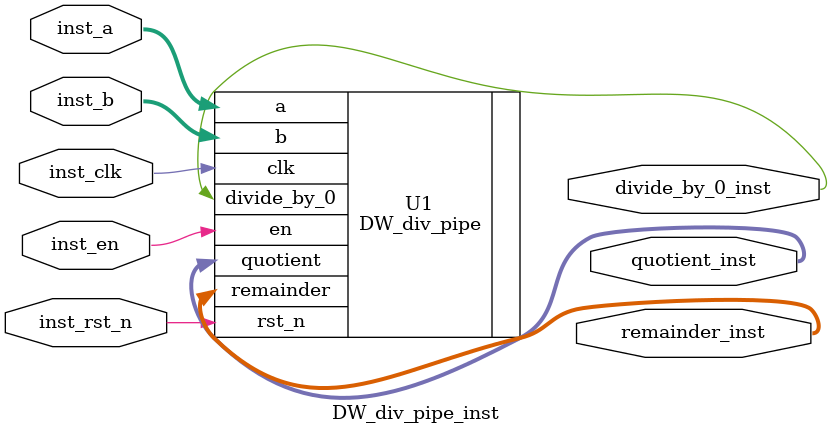
<source format=sv>
module DW_div_pipe_inst(inst_clk, inst_rst_n, inst_en, inst_a, inst_b,
quotient_inst, remainder_inst, divide_by_0_inst );
parameter inst_a_width = 32;
parameter inst_b_width = 32;
parameter inst_tc_mode = 0;
parameter inst_rem_mode = 1;
parameter inst_num_stages = 4;
parameter inst_stall_mode = 0;
parameter inst_rst_mode = 2;
parameter inst_op_iso_mode = 0;
input inst_clk;
input inst_rst_n;
input inst_en;
input [inst_a_width-1 : 0] inst_a;
input [inst_b_width-1 : 0] inst_b;
output [inst_a_width-1 : 0] quotient_inst;
output [inst_b_width-1 : 0] remainder_inst;
output divide_by_0_inst;
// Instance of DW_div_pipe
DW_div_pipe #(inst_a_width, inst_b_width, inst_tc_mode, inst_rem_mode,
inst_num_stages, inst_stall_mode, inst_rst_mode, inst_op_iso_mode)
U1 (.clk(inst_clk), .rst_n(inst_rst_n), .en(inst_en),
.a(inst_a), .b(inst_b), .quotient(quotient_inst),
.remainder(remainder_inst), .divide_by_0(divide_by_0_inst) );
endmodule
</source>
